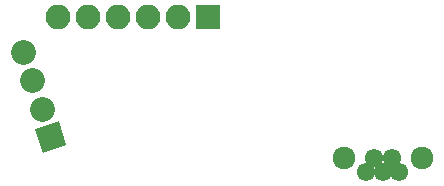
<source format=gbs>
G04 #@! TF.FileFunction,Soldermask,Bot*
%FSLAX46Y46*%
G04 Gerber Fmt 4.6, Leading zero omitted, Abs format (unit mm)*
G04 Created by KiCad (PCBNEW 4.0.7-e2-6376~58~ubuntu16.04.1) date Sat Jul  7 00:38:20 2018*
%MOMM*%
%LPD*%
G01*
G04 APERTURE LIST*
%ADD10C,0.100000*%
%ADD11C,2.100000*%
%ADD12R,2.100000X2.100000*%
%ADD13O,2.100000X2.100000*%
%ADD14C,1.924000*%
%ADD15C,1.550000*%
G04 APERTURE END LIST*
D10*
G36*
X114337141Y-72376923D02*
X114986077Y-74374141D01*
X112988859Y-75023077D01*
X112339923Y-73025859D01*
X114337141Y-72376923D01*
X114337141Y-72376923D01*
G37*
D11*
X112878097Y-71284316D02*
X112878097Y-71284316D01*
X112093194Y-68868633D02*
X112093194Y-68868633D01*
X111308291Y-66452949D02*
X111308291Y-66452949D01*
D12*
X127000000Y-63500000D03*
D13*
X124460000Y-63500000D03*
X121920000Y-63500000D03*
X119380000Y-63500000D03*
X116840000Y-63500000D03*
X114300000Y-63500000D03*
D14*
X145108500Y-75488800D03*
X138458500Y-75438800D03*
D15*
X140383500Y-76688800D03*
X141783500Y-76688800D03*
X143183500Y-76688800D03*
X141033500Y-75488800D03*
X142533500Y-75488800D03*
M02*

</source>
